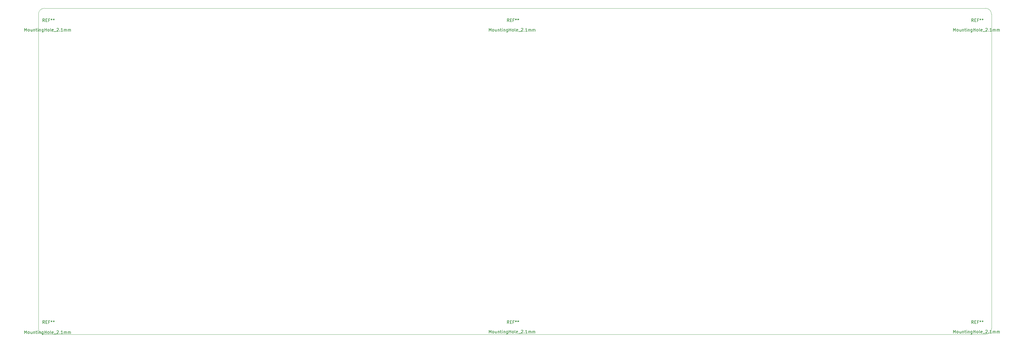
<source format=gbr>
G04 #@! TF.GenerationSoftware,KiCad,Pcbnew,(5.1.5)-3*
G04 #@! TF.CreationDate,2020-04-14T21:23:01-05:00*
G04 #@! TF.ProjectId,Without Led and Usb-c,57697468-6f75-4742-904c-656420616e64,rev?*
G04 #@! TF.SameCoordinates,Original*
G04 #@! TF.FileFunction,Other,Fab,Top*
%FSLAX46Y46*%
G04 Gerber Fmt 4.6, Leading zero omitted, Abs format (unit mm)*
G04 Created by KiCad (PCBNEW (5.1.5)-3) date 2020-04-14 21:23:01*
%MOMM*%
%LPD*%
G04 APERTURE LIST*
%ADD10C,0.050000*%
%ADD11C,0.150000*%
G04 APERTURE END LIST*
D10*
X9820000Y-147280000D02*
X9819976Y-41880000D01*
X326720000Y-39879976D02*
G75*
G02X328720024Y-41880000I0J-2000024D01*
G01*
X328720000Y-147280000D02*
G75*
G02X326720000Y-149280000I-2000000J0D01*
G01*
X11820000Y-149280000D02*
G75*
G02X9820000Y-147280000I0J2000000D01*
G01*
X9819976Y-41880000D02*
G75*
G02X11820000Y-39879976I2000024J0D01*
G01*
X11820000Y-39879976D02*
X15820000Y-39880000D01*
X326720000Y-149280000D02*
X11820000Y-149280000D01*
X328720024Y-41880000D02*
X328720000Y-147280000D01*
X15820000Y-39880000D02*
X326720000Y-39879976D01*
D11*
X5184883Y-149033940D02*
X5184883Y-148033940D01*
X5518217Y-148748226D01*
X5851550Y-148033940D01*
X5851550Y-149033940D01*
X6470598Y-149033940D02*
X6375359Y-148986321D01*
X6327740Y-148938702D01*
X6280121Y-148843464D01*
X6280121Y-148557750D01*
X6327740Y-148462512D01*
X6375359Y-148414893D01*
X6470598Y-148367274D01*
X6613455Y-148367274D01*
X6708693Y-148414893D01*
X6756312Y-148462512D01*
X6803931Y-148557750D01*
X6803931Y-148843464D01*
X6756312Y-148938702D01*
X6708693Y-148986321D01*
X6613455Y-149033940D01*
X6470598Y-149033940D01*
X7661074Y-148367274D02*
X7661074Y-149033940D01*
X7232502Y-148367274D02*
X7232502Y-148891083D01*
X7280121Y-148986321D01*
X7375359Y-149033940D01*
X7518217Y-149033940D01*
X7613455Y-148986321D01*
X7661074Y-148938702D01*
X8137264Y-148367274D02*
X8137264Y-149033940D01*
X8137264Y-148462512D02*
X8184883Y-148414893D01*
X8280121Y-148367274D01*
X8422979Y-148367274D01*
X8518217Y-148414893D01*
X8565836Y-148510131D01*
X8565836Y-149033940D01*
X8899169Y-148367274D02*
X9280121Y-148367274D01*
X9042026Y-148033940D02*
X9042026Y-148891083D01*
X9089645Y-148986321D01*
X9184883Y-149033940D01*
X9280121Y-149033940D01*
X9613455Y-149033940D02*
X9613455Y-148367274D01*
X9613455Y-148033940D02*
X9565836Y-148081560D01*
X9613455Y-148129179D01*
X9661074Y-148081560D01*
X9613455Y-148033940D01*
X9613455Y-148129179D01*
X10089645Y-148367274D02*
X10089645Y-149033940D01*
X10089645Y-148462512D02*
X10137264Y-148414893D01*
X10232502Y-148367274D01*
X10375359Y-148367274D01*
X10470598Y-148414893D01*
X10518217Y-148510131D01*
X10518217Y-149033940D01*
X11422979Y-148367274D02*
X11422979Y-149176798D01*
X11375359Y-149272036D01*
X11327740Y-149319655D01*
X11232502Y-149367274D01*
X11089645Y-149367274D01*
X10994407Y-149319655D01*
X11422979Y-148986321D02*
X11327740Y-149033940D01*
X11137264Y-149033940D01*
X11042026Y-148986321D01*
X10994407Y-148938702D01*
X10946788Y-148843464D01*
X10946788Y-148557750D01*
X10994407Y-148462512D01*
X11042026Y-148414893D01*
X11137264Y-148367274D01*
X11327740Y-148367274D01*
X11422979Y-148414893D01*
X11899169Y-149033940D02*
X11899169Y-148033940D01*
X11899169Y-148510131D02*
X12470598Y-148510131D01*
X12470598Y-149033940D02*
X12470598Y-148033940D01*
X13089645Y-149033940D02*
X12994407Y-148986321D01*
X12946788Y-148938702D01*
X12899169Y-148843464D01*
X12899169Y-148557750D01*
X12946788Y-148462512D01*
X12994407Y-148414893D01*
X13089645Y-148367274D01*
X13232502Y-148367274D01*
X13327740Y-148414893D01*
X13375359Y-148462512D01*
X13422979Y-148557750D01*
X13422979Y-148843464D01*
X13375359Y-148938702D01*
X13327740Y-148986321D01*
X13232502Y-149033940D01*
X13089645Y-149033940D01*
X13994407Y-149033940D02*
X13899169Y-148986321D01*
X13851550Y-148891083D01*
X13851550Y-148033940D01*
X14756312Y-148986321D02*
X14661074Y-149033940D01*
X14470598Y-149033940D01*
X14375359Y-148986321D01*
X14327740Y-148891083D01*
X14327740Y-148510131D01*
X14375359Y-148414893D01*
X14470598Y-148367274D01*
X14661074Y-148367274D01*
X14756312Y-148414893D01*
X14803931Y-148510131D01*
X14803931Y-148605369D01*
X14327740Y-148700607D01*
X14994407Y-149129179D02*
X15756312Y-149129179D01*
X15946788Y-148129179D02*
X15994407Y-148081560D01*
X16089645Y-148033940D01*
X16327740Y-148033940D01*
X16422979Y-148081560D01*
X16470598Y-148129179D01*
X16518217Y-148224417D01*
X16518217Y-148319655D01*
X16470598Y-148462512D01*
X15899169Y-149033940D01*
X16518217Y-149033940D01*
X16946788Y-148938702D02*
X16994407Y-148986321D01*
X16946788Y-149033940D01*
X16899169Y-148986321D01*
X16946788Y-148938702D01*
X16946788Y-149033940D01*
X17946788Y-149033940D02*
X17375359Y-149033940D01*
X17661074Y-149033940D02*
X17661074Y-148033940D01*
X17565836Y-148176798D01*
X17470598Y-148272036D01*
X17375359Y-148319655D01*
X18375359Y-149033940D02*
X18375359Y-148367274D01*
X18375359Y-148462512D02*
X18422979Y-148414893D01*
X18518217Y-148367274D01*
X18661074Y-148367274D01*
X18756312Y-148414893D01*
X18803931Y-148510131D01*
X18803931Y-149033940D01*
X18803931Y-148510131D02*
X18851550Y-148414893D01*
X18946788Y-148367274D01*
X19089645Y-148367274D01*
X19184883Y-148414893D01*
X19232502Y-148510131D01*
X19232502Y-149033940D01*
X19708693Y-149033940D02*
X19708693Y-148367274D01*
X19708693Y-148462512D02*
X19756312Y-148414893D01*
X19851550Y-148367274D01*
X19994407Y-148367274D01*
X20089645Y-148414893D01*
X20137264Y-148510131D01*
X20137264Y-149033940D01*
X20137264Y-148510131D02*
X20184883Y-148414893D01*
X20280121Y-148367274D01*
X20422979Y-148367274D01*
X20518217Y-148414893D01*
X20565836Y-148510131D01*
X20565836Y-149033940D01*
X11859646Y-145639120D02*
X11526313Y-145162930D01*
X11288218Y-145639120D02*
X11288218Y-144639120D01*
X11669170Y-144639120D01*
X11764408Y-144686740D01*
X11812027Y-144734359D01*
X11859646Y-144829597D01*
X11859646Y-144972454D01*
X11812027Y-145067692D01*
X11764408Y-145115311D01*
X11669170Y-145162930D01*
X11288218Y-145162930D01*
X12288218Y-145115311D02*
X12621551Y-145115311D01*
X12764408Y-145639120D02*
X12288218Y-145639120D01*
X12288218Y-144639120D01*
X12764408Y-144639120D01*
X13526313Y-145115311D02*
X13192980Y-145115311D01*
X13192980Y-145639120D02*
X13192980Y-144639120D01*
X13669170Y-144639120D01*
X14192980Y-144639120D02*
X14192980Y-144877216D01*
X13954884Y-144781978D02*
X14192980Y-144877216D01*
X14431075Y-144781978D01*
X14050122Y-145067692D02*
X14192980Y-144877216D01*
X14335837Y-145067692D01*
X14954884Y-144639120D02*
X14954884Y-144877216D01*
X14716789Y-144781978D02*
X14954884Y-144877216D01*
X15192980Y-144781978D01*
X14812027Y-145067692D02*
X14954884Y-144877216D01*
X15097741Y-145067692D01*
X160602243Y-47597260D02*
X160602243Y-46597260D01*
X160935577Y-47311546D01*
X161268910Y-46597260D01*
X161268910Y-47597260D01*
X161887958Y-47597260D02*
X161792720Y-47549641D01*
X161745100Y-47502022D01*
X161697481Y-47406784D01*
X161697481Y-47121070D01*
X161745100Y-47025832D01*
X161792720Y-46978213D01*
X161887958Y-46930594D01*
X162030815Y-46930594D01*
X162126053Y-46978213D01*
X162173672Y-47025832D01*
X162221291Y-47121070D01*
X162221291Y-47406784D01*
X162173672Y-47502022D01*
X162126053Y-47549641D01*
X162030815Y-47597260D01*
X161887958Y-47597260D01*
X163078434Y-46930594D02*
X163078434Y-47597260D01*
X162649862Y-46930594D02*
X162649862Y-47454403D01*
X162697481Y-47549641D01*
X162792720Y-47597260D01*
X162935577Y-47597260D01*
X163030815Y-47549641D01*
X163078434Y-47502022D01*
X163554624Y-46930594D02*
X163554624Y-47597260D01*
X163554624Y-47025832D02*
X163602243Y-46978213D01*
X163697481Y-46930594D01*
X163840339Y-46930594D01*
X163935577Y-46978213D01*
X163983196Y-47073451D01*
X163983196Y-47597260D01*
X164316529Y-46930594D02*
X164697481Y-46930594D01*
X164459386Y-46597260D02*
X164459386Y-47454403D01*
X164507005Y-47549641D01*
X164602243Y-47597260D01*
X164697481Y-47597260D01*
X165030815Y-47597260D02*
X165030815Y-46930594D01*
X165030815Y-46597260D02*
X164983196Y-46644880D01*
X165030815Y-46692499D01*
X165078434Y-46644880D01*
X165030815Y-46597260D01*
X165030815Y-46692499D01*
X165507005Y-46930594D02*
X165507005Y-47597260D01*
X165507005Y-47025832D02*
X165554624Y-46978213D01*
X165649862Y-46930594D01*
X165792720Y-46930594D01*
X165887958Y-46978213D01*
X165935577Y-47073451D01*
X165935577Y-47597260D01*
X166840339Y-46930594D02*
X166840339Y-47740118D01*
X166792720Y-47835356D01*
X166745100Y-47882975D01*
X166649862Y-47930594D01*
X166507005Y-47930594D01*
X166411767Y-47882975D01*
X166840339Y-47549641D02*
X166745100Y-47597260D01*
X166554624Y-47597260D01*
X166459386Y-47549641D01*
X166411767Y-47502022D01*
X166364148Y-47406784D01*
X166364148Y-47121070D01*
X166411767Y-47025832D01*
X166459386Y-46978213D01*
X166554624Y-46930594D01*
X166745100Y-46930594D01*
X166840339Y-46978213D01*
X167316529Y-47597260D02*
X167316529Y-46597260D01*
X167316529Y-47073451D02*
X167887958Y-47073451D01*
X167887958Y-47597260D02*
X167887958Y-46597260D01*
X168507005Y-47597260D02*
X168411767Y-47549641D01*
X168364148Y-47502022D01*
X168316529Y-47406784D01*
X168316529Y-47121070D01*
X168364148Y-47025832D01*
X168411767Y-46978213D01*
X168507005Y-46930594D01*
X168649862Y-46930594D01*
X168745100Y-46978213D01*
X168792720Y-47025832D01*
X168840339Y-47121070D01*
X168840339Y-47406784D01*
X168792720Y-47502022D01*
X168745100Y-47549641D01*
X168649862Y-47597260D01*
X168507005Y-47597260D01*
X169411767Y-47597260D02*
X169316529Y-47549641D01*
X169268910Y-47454403D01*
X169268910Y-46597260D01*
X170173672Y-47549641D02*
X170078434Y-47597260D01*
X169887958Y-47597260D01*
X169792720Y-47549641D01*
X169745100Y-47454403D01*
X169745100Y-47073451D01*
X169792720Y-46978213D01*
X169887958Y-46930594D01*
X170078434Y-46930594D01*
X170173672Y-46978213D01*
X170221291Y-47073451D01*
X170221291Y-47168689D01*
X169745100Y-47263927D01*
X170411767Y-47692499D02*
X171173672Y-47692499D01*
X171364148Y-46692499D02*
X171411767Y-46644880D01*
X171507005Y-46597260D01*
X171745100Y-46597260D01*
X171840339Y-46644880D01*
X171887958Y-46692499D01*
X171935577Y-46787737D01*
X171935577Y-46882975D01*
X171887958Y-47025832D01*
X171316529Y-47597260D01*
X171935577Y-47597260D01*
X172364148Y-47502022D02*
X172411767Y-47549641D01*
X172364148Y-47597260D01*
X172316529Y-47549641D01*
X172364148Y-47502022D01*
X172364148Y-47597260D01*
X173364148Y-47597260D02*
X172792720Y-47597260D01*
X173078434Y-47597260D02*
X173078434Y-46597260D01*
X172983196Y-46740118D01*
X172887958Y-46835356D01*
X172792720Y-46882975D01*
X173792720Y-47597260D02*
X173792720Y-46930594D01*
X173792720Y-47025832D02*
X173840339Y-46978213D01*
X173935577Y-46930594D01*
X174078434Y-46930594D01*
X174173672Y-46978213D01*
X174221291Y-47073451D01*
X174221291Y-47597260D01*
X174221291Y-47073451D02*
X174268910Y-46978213D01*
X174364148Y-46930594D01*
X174507005Y-46930594D01*
X174602243Y-46978213D01*
X174649862Y-47073451D01*
X174649862Y-47597260D01*
X175126053Y-47597260D02*
X175126053Y-46930594D01*
X175126053Y-47025832D02*
X175173672Y-46978213D01*
X175268910Y-46930594D01*
X175411767Y-46930594D01*
X175507005Y-46978213D01*
X175554624Y-47073451D01*
X175554624Y-47597260D01*
X175554624Y-47073451D02*
X175602243Y-46978213D01*
X175697481Y-46930594D01*
X175840339Y-46930594D01*
X175935577Y-46978213D01*
X175983196Y-47073451D01*
X175983196Y-47597260D01*
X167259386Y-44397260D02*
X166926053Y-43921070D01*
X166687958Y-44397260D02*
X166687958Y-43397260D01*
X167068910Y-43397260D01*
X167164148Y-43444880D01*
X167211767Y-43492499D01*
X167259386Y-43587737D01*
X167259386Y-43730594D01*
X167211767Y-43825832D01*
X167164148Y-43873451D01*
X167068910Y-43921070D01*
X166687958Y-43921070D01*
X167687958Y-43873451D02*
X168021291Y-43873451D01*
X168164148Y-44397260D02*
X167687958Y-44397260D01*
X167687958Y-43397260D01*
X168164148Y-43397260D01*
X168926053Y-43873451D02*
X168592720Y-43873451D01*
X168592720Y-44397260D02*
X168592720Y-43397260D01*
X169068910Y-43397260D01*
X169592720Y-43397260D02*
X169592720Y-43635356D01*
X169354624Y-43540118D02*
X169592720Y-43635356D01*
X169830815Y-43540118D01*
X169449862Y-43825832D02*
X169592720Y-43635356D01*
X169735577Y-43825832D01*
X170354624Y-43397260D02*
X170354624Y-43635356D01*
X170116529Y-43540118D02*
X170354624Y-43635356D01*
X170592720Y-43540118D01*
X170211767Y-43825832D02*
X170354624Y-43635356D01*
X170497481Y-43825832D01*
X160597163Y-148839120D02*
X160597163Y-147839120D01*
X160930497Y-148553406D01*
X161263830Y-147839120D01*
X161263830Y-148839120D01*
X161882878Y-148839120D02*
X161787640Y-148791501D01*
X161740020Y-148743882D01*
X161692401Y-148648644D01*
X161692401Y-148362930D01*
X161740020Y-148267692D01*
X161787640Y-148220073D01*
X161882878Y-148172454D01*
X162025735Y-148172454D01*
X162120973Y-148220073D01*
X162168592Y-148267692D01*
X162216211Y-148362930D01*
X162216211Y-148648644D01*
X162168592Y-148743882D01*
X162120973Y-148791501D01*
X162025735Y-148839120D01*
X161882878Y-148839120D01*
X163073354Y-148172454D02*
X163073354Y-148839120D01*
X162644782Y-148172454D02*
X162644782Y-148696263D01*
X162692401Y-148791501D01*
X162787640Y-148839120D01*
X162930497Y-148839120D01*
X163025735Y-148791501D01*
X163073354Y-148743882D01*
X163549544Y-148172454D02*
X163549544Y-148839120D01*
X163549544Y-148267692D02*
X163597163Y-148220073D01*
X163692401Y-148172454D01*
X163835259Y-148172454D01*
X163930497Y-148220073D01*
X163978116Y-148315311D01*
X163978116Y-148839120D01*
X164311449Y-148172454D02*
X164692401Y-148172454D01*
X164454306Y-147839120D02*
X164454306Y-148696263D01*
X164501925Y-148791501D01*
X164597163Y-148839120D01*
X164692401Y-148839120D01*
X165025735Y-148839120D02*
X165025735Y-148172454D01*
X165025735Y-147839120D02*
X164978116Y-147886740D01*
X165025735Y-147934359D01*
X165073354Y-147886740D01*
X165025735Y-147839120D01*
X165025735Y-147934359D01*
X165501925Y-148172454D02*
X165501925Y-148839120D01*
X165501925Y-148267692D02*
X165549544Y-148220073D01*
X165644782Y-148172454D01*
X165787640Y-148172454D01*
X165882878Y-148220073D01*
X165930497Y-148315311D01*
X165930497Y-148839120D01*
X166835259Y-148172454D02*
X166835259Y-148981978D01*
X166787640Y-149077216D01*
X166740020Y-149124835D01*
X166644782Y-149172454D01*
X166501925Y-149172454D01*
X166406687Y-149124835D01*
X166835259Y-148791501D02*
X166740020Y-148839120D01*
X166549544Y-148839120D01*
X166454306Y-148791501D01*
X166406687Y-148743882D01*
X166359068Y-148648644D01*
X166359068Y-148362930D01*
X166406687Y-148267692D01*
X166454306Y-148220073D01*
X166549544Y-148172454D01*
X166740020Y-148172454D01*
X166835259Y-148220073D01*
X167311449Y-148839120D02*
X167311449Y-147839120D01*
X167311449Y-148315311D02*
X167882878Y-148315311D01*
X167882878Y-148839120D02*
X167882878Y-147839120D01*
X168501925Y-148839120D02*
X168406687Y-148791501D01*
X168359068Y-148743882D01*
X168311449Y-148648644D01*
X168311449Y-148362930D01*
X168359068Y-148267692D01*
X168406687Y-148220073D01*
X168501925Y-148172454D01*
X168644782Y-148172454D01*
X168740020Y-148220073D01*
X168787640Y-148267692D01*
X168835259Y-148362930D01*
X168835259Y-148648644D01*
X168787640Y-148743882D01*
X168740020Y-148791501D01*
X168644782Y-148839120D01*
X168501925Y-148839120D01*
X169406687Y-148839120D02*
X169311449Y-148791501D01*
X169263830Y-148696263D01*
X169263830Y-147839120D01*
X170168592Y-148791501D02*
X170073354Y-148839120D01*
X169882878Y-148839120D01*
X169787640Y-148791501D01*
X169740020Y-148696263D01*
X169740020Y-148315311D01*
X169787640Y-148220073D01*
X169882878Y-148172454D01*
X170073354Y-148172454D01*
X170168592Y-148220073D01*
X170216211Y-148315311D01*
X170216211Y-148410549D01*
X169740020Y-148505787D01*
X170406687Y-148934359D02*
X171168592Y-148934359D01*
X171359068Y-147934359D02*
X171406687Y-147886740D01*
X171501925Y-147839120D01*
X171740020Y-147839120D01*
X171835259Y-147886740D01*
X171882878Y-147934359D01*
X171930497Y-148029597D01*
X171930497Y-148124835D01*
X171882878Y-148267692D01*
X171311449Y-148839120D01*
X171930497Y-148839120D01*
X172359068Y-148743882D02*
X172406687Y-148791501D01*
X172359068Y-148839120D01*
X172311449Y-148791501D01*
X172359068Y-148743882D01*
X172359068Y-148839120D01*
X173359068Y-148839120D02*
X172787640Y-148839120D01*
X173073354Y-148839120D02*
X173073354Y-147839120D01*
X172978116Y-147981978D01*
X172882878Y-148077216D01*
X172787640Y-148124835D01*
X173787640Y-148839120D02*
X173787640Y-148172454D01*
X173787640Y-148267692D02*
X173835259Y-148220073D01*
X173930497Y-148172454D01*
X174073354Y-148172454D01*
X174168592Y-148220073D01*
X174216211Y-148315311D01*
X174216211Y-148839120D01*
X174216211Y-148315311D02*
X174263830Y-148220073D01*
X174359068Y-148172454D01*
X174501925Y-148172454D01*
X174597163Y-148220073D01*
X174644782Y-148315311D01*
X174644782Y-148839120D01*
X175120973Y-148839120D02*
X175120973Y-148172454D01*
X175120973Y-148267692D02*
X175168592Y-148220073D01*
X175263830Y-148172454D01*
X175406687Y-148172454D01*
X175501925Y-148220073D01*
X175549544Y-148315311D01*
X175549544Y-148839120D01*
X175549544Y-148315311D02*
X175597163Y-148220073D01*
X175692401Y-148172454D01*
X175835259Y-148172454D01*
X175930497Y-148220073D01*
X175978116Y-148315311D01*
X175978116Y-148839120D01*
X167254306Y-145639120D02*
X166920973Y-145162930D01*
X166682878Y-145639120D02*
X166682878Y-144639120D01*
X167063830Y-144639120D01*
X167159068Y-144686740D01*
X167206687Y-144734359D01*
X167254306Y-144829597D01*
X167254306Y-144972454D01*
X167206687Y-145067692D01*
X167159068Y-145115311D01*
X167063830Y-145162930D01*
X166682878Y-145162930D01*
X167682878Y-145115311D02*
X168016211Y-145115311D01*
X168159068Y-145639120D02*
X167682878Y-145639120D01*
X167682878Y-144639120D01*
X168159068Y-144639120D01*
X168920973Y-145115311D02*
X168587640Y-145115311D01*
X168587640Y-145639120D02*
X168587640Y-144639120D01*
X169063830Y-144639120D01*
X169587640Y-144639120D02*
X169587640Y-144877216D01*
X169349544Y-144781978D02*
X169587640Y-144877216D01*
X169825735Y-144781978D01*
X169444782Y-145067692D02*
X169587640Y-144877216D01*
X169730497Y-145067692D01*
X170349544Y-144639120D02*
X170349544Y-144877216D01*
X170111449Y-144781978D02*
X170349544Y-144877216D01*
X170587640Y-144781978D01*
X170206687Y-145067692D02*
X170349544Y-144877216D01*
X170492401Y-145067692D01*
X315999443Y-148846740D02*
X315999443Y-147846740D01*
X316332777Y-148561026D01*
X316666110Y-147846740D01*
X316666110Y-148846740D01*
X317285158Y-148846740D02*
X317189920Y-148799121D01*
X317142300Y-148751502D01*
X317094681Y-148656264D01*
X317094681Y-148370550D01*
X317142300Y-148275312D01*
X317189920Y-148227693D01*
X317285158Y-148180074D01*
X317428015Y-148180074D01*
X317523253Y-148227693D01*
X317570872Y-148275312D01*
X317618491Y-148370550D01*
X317618491Y-148656264D01*
X317570872Y-148751502D01*
X317523253Y-148799121D01*
X317428015Y-148846740D01*
X317285158Y-148846740D01*
X318475634Y-148180074D02*
X318475634Y-148846740D01*
X318047062Y-148180074D02*
X318047062Y-148703883D01*
X318094681Y-148799121D01*
X318189920Y-148846740D01*
X318332777Y-148846740D01*
X318428015Y-148799121D01*
X318475634Y-148751502D01*
X318951824Y-148180074D02*
X318951824Y-148846740D01*
X318951824Y-148275312D02*
X318999443Y-148227693D01*
X319094681Y-148180074D01*
X319237539Y-148180074D01*
X319332777Y-148227693D01*
X319380396Y-148322931D01*
X319380396Y-148846740D01*
X319713729Y-148180074D02*
X320094681Y-148180074D01*
X319856586Y-147846740D02*
X319856586Y-148703883D01*
X319904205Y-148799121D01*
X319999443Y-148846740D01*
X320094681Y-148846740D01*
X320428015Y-148846740D02*
X320428015Y-148180074D01*
X320428015Y-147846740D02*
X320380396Y-147894360D01*
X320428015Y-147941979D01*
X320475634Y-147894360D01*
X320428015Y-147846740D01*
X320428015Y-147941979D01*
X320904205Y-148180074D02*
X320904205Y-148846740D01*
X320904205Y-148275312D02*
X320951824Y-148227693D01*
X321047062Y-148180074D01*
X321189920Y-148180074D01*
X321285158Y-148227693D01*
X321332777Y-148322931D01*
X321332777Y-148846740D01*
X322237539Y-148180074D02*
X322237539Y-148989598D01*
X322189920Y-149084836D01*
X322142300Y-149132455D01*
X322047062Y-149180074D01*
X321904205Y-149180074D01*
X321808967Y-149132455D01*
X322237539Y-148799121D02*
X322142300Y-148846740D01*
X321951824Y-148846740D01*
X321856586Y-148799121D01*
X321808967Y-148751502D01*
X321761348Y-148656264D01*
X321761348Y-148370550D01*
X321808967Y-148275312D01*
X321856586Y-148227693D01*
X321951824Y-148180074D01*
X322142300Y-148180074D01*
X322237539Y-148227693D01*
X322713729Y-148846740D02*
X322713729Y-147846740D01*
X322713729Y-148322931D02*
X323285158Y-148322931D01*
X323285158Y-148846740D02*
X323285158Y-147846740D01*
X323904205Y-148846740D02*
X323808967Y-148799121D01*
X323761348Y-148751502D01*
X323713729Y-148656264D01*
X323713729Y-148370550D01*
X323761348Y-148275312D01*
X323808967Y-148227693D01*
X323904205Y-148180074D01*
X324047062Y-148180074D01*
X324142300Y-148227693D01*
X324189920Y-148275312D01*
X324237539Y-148370550D01*
X324237539Y-148656264D01*
X324189920Y-148751502D01*
X324142300Y-148799121D01*
X324047062Y-148846740D01*
X323904205Y-148846740D01*
X324808967Y-148846740D02*
X324713729Y-148799121D01*
X324666110Y-148703883D01*
X324666110Y-147846740D01*
X325570872Y-148799121D02*
X325475634Y-148846740D01*
X325285158Y-148846740D01*
X325189920Y-148799121D01*
X325142300Y-148703883D01*
X325142300Y-148322931D01*
X325189920Y-148227693D01*
X325285158Y-148180074D01*
X325475634Y-148180074D01*
X325570872Y-148227693D01*
X325618491Y-148322931D01*
X325618491Y-148418169D01*
X325142300Y-148513407D01*
X325808967Y-148941979D02*
X326570872Y-148941979D01*
X326761348Y-147941979D02*
X326808967Y-147894360D01*
X326904205Y-147846740D01*
X327142300Y-147846740D01*
X327237539Y-147894360D01*
X327285158Y-147941979D01*
X327332777Y-148037217D01*
X327332777Y-148132455D01*
X327285158Y-148275312D01*
X326713729Y-148846740D01*
X327332777Y-148846740D01*
X327761348Y-148751502D02*
X327808967Y-148799121D01*
X327761348Y-148846740D01*
X327713729Y-148799121D01*
X327761348Y-148751502D01*
X327761348Y-148846740D01*
X328761348Y-148846740D02*
X328189920Y-148846740D01*
X328475634Y-148846740D02*
X328475634Y-147846740D01*
X328380396Y-147989598D01*
X328285158Y-148084836D01*
X328189920Y-148132455D01*
X329189920Y-148846740D02*
X329189920Y-148180074D01*
X329189920Y-148275312D02*
X329237539Y-148227693D01*
X329332777Y-148180074D01*
X329475634Y-148180074D01*
X329570872Y-148227693D01*
X329618491Y-148322931D01*
X329618491Y-148846740D01*
X329618491Y-148322931D02*
X329666110Y-148227693D01*
X329761348Y-148180074D01*
X329904205Y-148180074D01*
X329999443Y-148227693D01*
X330047062Y-148322931D01*
X330047062Y-148846740D01*
X330523253Y-148846740D02*
X330523253Y-148180074D01*
X330523253Y-148275312D02*
X330570872Y-148227693D01*
X330666110Y-148180074D01*
X330808967Y-148180074D01*
X330904205Y-148227693D01*
X330951824Y-148322931D01*
X330951824Y-148846740D01*
X330951824Y-148322931D02*
X330999443Y-148227693D01*
X331094681Y-148180074D01*
X331237539Y-148180074D01*
X331332777Y-148227693D01*
X331380396Y-148322931D01*
X331380396Y-148846740D01*
X322656586Y-145646740D02*
X322323253Y-145170550D01*
X322085158Y-145646740D02*
X322085158Y-144646740D01*
X322466110Y-144646740D01*
X322561348Y-144694360D01*
X322608967Y-144741979D01*
X322656586Y-144837217D01*
X322656586Y-144980074D01*
X322608967Y-145075312D01*
X322561348Y-145122931D01*
X322466110Y-145170550D01*
X322085158Y-145170550D01*
X323085158Y-145122931D02*
X323418491Y-145122931D01*
X323561348Y-145646740D02*
X323085158Y-145646740D01*
X323085158Y-144646740D01*
X323561348Y-144646740D01*
X324323253Y-145122931D02*
X323989920Y-145122931D01*
X323989920Y-145646740D02*
X323989920Y-144646740D01*
X324466110Y-144646740D01*
X324989920Y-144646740D02*
X324989920Y-144884836D01*
X324751824Y-144789598D02*
X324989920Y-144884836D01*
X325228015Y-144789598D01*
X324847062Y-145075312D02*
X324989920Y-144884836D01*
X325132777Y-145075312D01*
X325751824Y-144646740D02*
X325751824Y-144884836D01*
X325513729Y-144789598D02*
X325751824Y-144884836D01*
X325989920Y-144789598D01*
X325608967Y-145075312D02*
X325751824Y-144884836D01*
X325894681Y-145075312D01*
X315996903Y-47589640D02*
X315996903Y-46589640D01*
X316330237Y-47303926D01*
X316663570Y-46589640D01*
X316663570Y-47589640D01*
X317282618Y-47589640D02*
X317187380Y-47542021D01*
X317139760Y-47494402D01*
X317092141Y-47399164D01*
X317092141Y-47113450D01*
X317139760Y-47018212D01*
X317187380Y-46970593D01*
X317282618Y-46922974D01*
X317425475Y-46922974D01*
X317520713Y-46970593D01*
X317568332Y-47018212D01*
X317615951Y-47113450D01*
X317615951Y-47399164D01*
X317568332Y-47494402D01*
X317520713Y-47542021D01*
X317425475Y-47589640D01*
X317282618Y-47589640D01*
X318473094Y-46922974D02*
X318473094Y-47589640D01*
X318044522Y-46922974D02*
X318044522Y-47446783D01*
X318092141Y-47542021D01*
X318187380Y-47589640D01*
X318330237Y-47589640D01*
X318425475Y-47542021D01*
X318473094Y-47494402D01*
X318949284Y-46922974D02*
X318949284Y-47589640D01*
X318949284Y-47018212D02*
X318996903Y-46970593D01*
X319092141Y-46922974D01*
X319234999Y-46922974D01*
X319330237Y-46970593D01*
X319377856Y-47065831D01*
X319377856Y-47589640D01*
X319711189Y-46922974D02*
X320092141Y-46922974D01*
X319854046Y-46589640D02*
X319854046Y-47446783D01*
X319901665Y-47542021D01*
X319996903Y-47589640D01*
X320092141Y-47589640D01*
X320425475Y-47589640D02*
X320425475Y-46922974D01*
X320425475Y-46589640D02*
X320377856Y-46637260D01*
X320425475Y-46684879D01*
X320473094Y-46637260D01*
X320425475Y-46589640D01*
X320425475Y-46684879D01*
X320901665Y-46922974D02*
X320901665Y-47589640D01*
X320901665Y-47018212D02*
X320949284Y-46970593D01*
X321044522Y-46922974D01*
X321187380Y-46922974D01*
X321282618Y-46970593D01*
X321330237Y-47065831D01*
X321330237Y-47589640D01*
X322234999Y-46922974D02*
X322234999Y-47732498D01*
X322187380Y-47827736D01*
X322139760Y-47875355D01*
X322044522Y-47922974D01*
X321901665Y-47922974D01*
X321806427Y-47875355D01*
X322234999Y-47542021D02*
X322139760Y-47589640D01*
X321949284Y-47589640D01*
X321854046Y-47542021D01*
X321806427Y-47494402D01*
X321758808Y-47399164D01*
X321758808Y-47113450D01*
X321806427Y-47018212D01*
X321854046Y-46970593D01*
X321949284Y-46922974D01*
X322139760Y-46922974D01*
X322234999Y-46970593D01*
X322711189Y-47589640D02*
X322711189Y-46589640D01*
X322711189Y-47065831D02*
X323282618Y-47065831D01*
X323282618Y-47589640D02*
X323282618Y-46589640D01*
X323901665Y-47589640D02*
X323806427Y-47542021D01*
X323758808Y-47494402D01*
X323711189Y-47399164D01*
X323711189Y-47113450D01*
X323758808Y-47018212D01*
X323806427Y-46970593D01*
X323901665Y-46922974D01*
X324044522Y-46922974D01*
X324139760Y-46970593D01*
X324187380Y-47018212D01*
X324234999Y-47113450D01*
X324234999Y-47399164D01*
X324187380Y-47494402D01*
X324139760Y-47542021D01*
X324044522Y-47589640D01*
X323901665Y-47589640D01*
X324806427Y-47589640D02*
X324711189Y-47542021D01*
X324663570Y-47446783D01*
X324663570Y-46589640D01*
X325568332Y-47542021D02*
X325473094Y-47589640D01*
X325282618Y-47589640D01*
X325187380Y-47542021D01*
X325139760Y-47446783D01*
X325139760Y-47065831D01*
X325187380Y-46970593D01*
X325282618Y-46922974D01*
X325473094Y-46922974D01*
X325568332Y-46970593D01*
X325615951Y-47065831D01*
X325615951Y-47161069D01*
X325139760Y-47256307D01*
X325806427Y-47684879D02*
X326568332Y-47684879D01*
X326758808Y-46684879D02*
X326806427Y-46637260D01*
X326901665Y-46589640D01*
X327139760Y-46589640D01*
X327234999Y-46637260D01*
X327282618Y-46684879D01*
X327330237Y-46780117D01*
X327330237Y-46875355D01*
X327282618Y-47018212D01*
X326711189Y-47589640D01*
X327330237Y-47589640D01*
X327758808Y-47494402D02*
X327806427Y-47542021D01*
X327758808Y-47589640D01*
X327711189Y-47542021D01*
X327758808Y-47494402D01*
X327758808Y-47589640D01*
X328758808Y-47589640D02*
X328187380Y-47589640D01*
X328473094Y-47589640D02*
X328473094Y-46589640D01*
X328377856Y-46732498D01*
X328282618Y-46827736D01*
X328187380Y-46875355D01*
X329187380Y-47589640D02*
X329187380Y-46922974D01*
X329187380Y-47018212D02*
X329234999Y-46970593D01*
X329330237Y-46922974D01*
X329473094Y-46922974D01*
X329568332Y-46970593D01*
X329615951Y-47065831D01*
X329615951Y-47589640D01*
X329615951Y-47065831D02*
X329663570Y-46970593D01*
X329758808Y-46922974D01*
X329901665Y-46922974D01*
X329996903Y-46970593D01*
X330044522Y-47065831D01*
X330044522Y-47589640D01*
X330520713Y-47589640D02*
X330520713Y-46922974D01*
X330520713Y-47018212D02*
X330568332Y-46970593D01*
X330663570Y-46922974D01*
X330806427Y-46922974D01*
X330901665Y-46970593D01*
X330949284Y-47065831D01*
X330949284Y-47589640D01*
X330949284Y-47065831D02*
X330996903Y-46970593D01*
X331092141Y-46922974D01*
X331234999Y-46922974D01*
X331330237Y-46970593D01*
X331377856Y-47065831D01*
X331377856Y-47589640D01*
X322654046Y-44389640D02*
X322320713Y-43913450D01*
X322082618Y-44389640D02*
X322082618Y-43389640D01*
X322463570Y-43389640D01*
X322558808Y-43437260D01*
X322606427Y-43484879D01*
X322654046Y-43580117D01*
X322654046Y-43722974D01*
X322606427Y-43818212D01*
X322558808Y-43865831D01*
X322463570Y-43913450D01*
X322082618Y-43913450D01*
X323082618Y-43865831D02*
X323415951Y-43865831D01*
X323558808Y-44389640D02*
X323082618Y-44389640D01*
X323082618Y-43389640D01*
X323558808Y-43389640D01*
X324320713Y-43865831D02*
X323987380Y-43865831D01*
X323987380Y-44389640D02*
X323987380Y-43389640D01*
X324463570Y-43389640D01*
X324987380Y-43389640D02*
X324987380Y-43627736D01*
X324749284Y-43532498D02*
X324987380Y-43627736D01*
X325225475Y-43532498D01*
X324844522Y-43818212D02*
X324987380Y-43627736D01*
X325130237Y-43818212D01*
X325749284Y-43389640D02*
X325749284Y-43627736D01*
X325511189Y-43532498D02*
X325749284Y-43627736D01*
X325987380Y-43532498D01*
X325606427Y-43818212D02*
X325749284Y-43627736D01*
X325892141Y-43818212D01*
X5202503Y-47582020D02*
X5202503Y-46582020D01*
X5535837Y-47296306D01*
X5869170Y-46582020D01*
X5869170Y-47582020D01*
X6488218Y-47582020D02*
X6392979Y-47534401D01*
X6345360Y-47486782D01*
X6297741Y-47391544D01*
X6297741Y-47105830D01*
X6345360Y-47010592D01*
X6392979Y-46962973D01*
X6488218Y-46915354D01*
X6631075Y-46915354D01*
X6726313Y-46962973D01*
X6773932Y-47010592D01*
X6821551Y-47105830D01*
X6821551Y-47391544D01*
X6773932Y-47486782D01*
X6726313Y-47534401D01*
X6631075Y-47582020D01*
X6488218Y-47582020D01*
X7678694Y-46915354D02*
X7678694Y-47582020D01*
X7250122Y-46915354D02*
X7250122Y-47439163D01*
X7297741Y-47534401D01*
X7392979Y-47582020D01*
X7535837Y-47582020D01*
X7631075Y-47534401D01*
X7678694Y-47486782D01*
X8154884Y-46915354D02*
X8154884Y-47582020D01*
X8154884Y-47010592D02*
X8202503Y-46962973D01*
X8297741Y-46915354D01*
X8440599Y-46915354D01*
X8535837Y-46962973D01*
X8583456Y-47058211D01*
X8583456Y-47582020D01*
X8916789Y-46915354D02*
X9297741Y-46915354D01*
X9059646Y-46582020D02*
X9059646Y-47439163D01*
X9107265Y-47534401D01*
X9202503Y-47582020D01*
X9297741Y-47582020D01*
X9631075Y-47582020D02*
X9631075Y-46915354D01*
X9631075Y-46582020D02*
X9583456Y-46629640D01*
X9631075Y-46677259D01*
X9678694Y-46629640D01*
X9631075Y-46582020D01*
X9631075Y-46677259D01*
X10107265Y-46915354D02*
X10107265Y-47582020D01*
X10107265Y-47010592D02*
X10154884Y-46962973D01*
X10250122Y-46915354D01*
X10392979Y-46915354D01*
X10488218Y-46962973D01*
X10535837Y-47058211D01*
X10535837Y-47582020D01*
X11440599Y-46915354D02*
X11440599Y-47724878D01*
X11392979Y-47820116D01*
X11345360Y-47867735D01*
X11250122Y-47915354D01*
X11107265Y-47915354D01*
X11012027Y-47867735D01*
X11440599Y-47534401D02*
X11345360Y-47582020D01*
X11154884Y-47582020D01*
X11059646Y-47534401D01*
X11012027Y-47486782D01*
X10964408Y-47391544D01*
X10964408Y-47105830D01*
X11012027Y-47010592D01*
X11059646Y-46962973D01*
X11154884Y-46915354D01*
X11345360Y-46915354D01*
X11440599Y-46962973D01*
X11916789Y-47582020D02*
X11916789Y-46582020D01*
X11916789Y-47058211D02*
X12488218Y-47058211D01*
X12488218Y-47582020D02*
X12488218Y-46582020D01*
X13107265Y-47582020D02*
X13012027Y-47534401D01*
X12964408Y-47486782D01*
X12916789Y-47391544D01*
X12916789Y-47105830D01*
X12964408Y-47010592D01*
X13012027Y-46962973D01*
X13107265Y-46915354D01*
X13250122Y-46915354D01*
X13345360Y-46962973D01*
X13392979Y-47010592D01*
X13440599Y-47105830D01*
X13440599Y-47391544D01*
X13392979Y-47486782D01*
X13345360Y-47534401D01*
X13250122Y-47582020D01*
X13107265Y-47582020D01*
X14012027Y-47582020D02*
X13916789Y-47534401D01*
X13869170Y-47439163D01*
X13869170Y-46582020D01*
X14773932Y-47534401D02*
X14678694Y-47582020D01*
X14488218Y-47582020D01*
X14392979Y-47534401D01*
X14345360Y-47439163D01*
X14345360Y-47058211D01*
X14392979Y-46962973D01*
X14488218Y-46915354D01*
X14678694Y-46915354D01*
X14773932Y-46962973D01*
X14821551Y-47058211D01*
X14821551Y-47153449D01*
X14345360Y-47248687D01*
X15012027Y-47677259D02*
X15773932Y-47677259D01*
X15964408Y-46677259D02*
X16012027Y-46629640D01*
X16107265Y-46582020D01*
X16345360Y-46582020D01*
X16440599Y-46629640D01*
X16488218Y-46677259D01*
X16535837Y-46772497D01*
X16535837Y-46867735D01*
X16488218Y-47010592D01*
X15916789Y-47582020D01*
X16535837Y-47582020D01*
X16964408Y-47486782D02*
X17012027Y-47534401D01*
X16964408Y-47582020D01*
X16916789Y-47534401D01*
X16964408Y-47486782D01*
X16964408Y-47582020D01*
X17964408Y-47582020D02*
X17392979Y-47582020D01*
X17678694Y-47582020D02*
X17678694Y-46582020D01*
X17583456Y-46724878D01*
X17488218Y-46820116D01*
X17392979Y-46867735D01*
X18392979Y-47582020D02*
X18392979Y-46915354D01*
X18392979Y-47010592D02*
X18440599Y-46962973D01*
X18535837Y-46915354D01*
X18678694Y-46915354D01*
X18773932Y-46962973D01*
X18821551Y-47058211D01*
X18821551Y-47582020D01*
X18821551Y-47058211D02*
X18869170Y-46962973D01*
X18964408Y-46915354D01*
X19107265Y-46915354D01*
X19202503Y-46962973D01*
X19250122Y-47058211D01*
X19250122Y-47582020D01*
X19726313Y-47582020D02*
X19726313Y-46915354D01*
X19726313Y-47010592D02*
X19773932Y-46962973D01*
X19869170Y-46915354D01*
X20012027Y-46915354D01*
X20107265Y-46962973D01*
X20154884Y-47058211D01*
X20154884Y-47582020D01*
X20154884Y-47058211D02*
X20202503Y-46962973D01*
X20297741Y-46915354D01*
X20440599Y-46915354D01*
X20535837Y-46962973D01*
X20583456Y-47058211D01*
X20583456Y-47582020D01*
X11859646Y-44382020D02*
X11526313Y-43905830D01*
X11288218Y-44382020D02*
X11288218Y-43382020D01*
X11669170Y-43382020D01*
X11764408Y-43429640D01*
X11812027Y-43477259D01*
X11859646Y-43572497D01*
X11859646Y-43715354D01*
X11812027Y-43810592D01*
X11764408Y-43858211D01*
X11669170Y-43905830D01*
X11288218Y-43905830D01*
X12288218Y-43858211D02*
X12621551Y-43858211D01*
X12764408Y-44382020D02*
X12288218Y-44382020D01*
X12288218Y-43382020D01*
X12764408Y-43382020D01*
X13526313Y-43858211D02*
X13192980Y-43858211D01*
X13192980Y-44382020D02*
X13192980Y-43382020D01*
X13669170Y-43382020D01*
X14192980Y-43382020D02*
X14192980Y-43620116D01*
X13954884Y-43524878D02*
X14192980Y-43620116D01*
X14431075Y-43524878D01*
X14050122Y-43810592D02*
X14192980Y-43620116D01*
X14335837Y-43810592D01*
X14954884Y-43382020D02*
X14954884Y-43620116D01*
X14716789Y-43524878D02*
X14954884Y-43620116D01*
X15192980Y-43524878D01*
X14812027Y-43810592D02*
X14954884Y-43620116D01*
X15097741Y-43810592D01*
M02*

</source>
